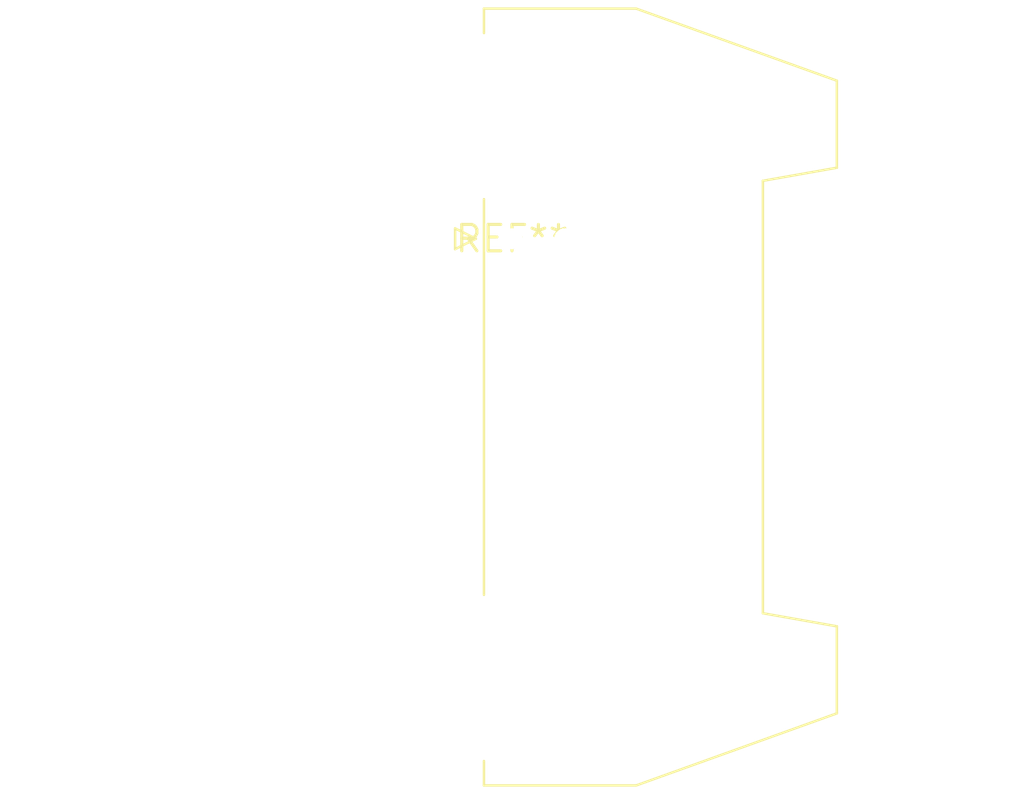
<source format=kicad_pcb>
(kicad_pcb (version 20240108) (generator pcbnew)
  (layers (0 "F.Cu" signal) (31 "B.Cu" signal) (34 "B.Paste" user) (35 "F.Paste" user) (36 "B.SilkS" user "B.Silkscreen") (37 "F.SilkS" user "F.Silkscreen") (38 "B.Mask" user) (39 "F.Mask" user) (44 "Edge.Cuts" user))
  (net 0 "")
  (footprint "IDC-Header_2x07-1MP_P2.54mm_Latch_Horizontal" (layer "F.Cu") (at 0 0)
    (property "Reference" "REF**")
    (property "Value" "IDC-Header_2x07-1MP_P2.54mm_Latch_Horizontal")
    (fp_line (start -2.74 -0.5) (end -2.74 0.5) (layer "F.SilkS") (stroke (width 0.12)))
    (fp_line (start -2.74 0.5) (end -1.74 0) (layer "F.SilkS") (stroke (width 0.12)))
    (fp_line (start -1.74 0) (end -2.74 -0.5) (layer "F.SilkS") (stroke (width 0.12)))
    (fp_line (start -1.35 -11.08) (end -1.35 -9.905) (layer "F.SilkS") (stroke (width 0.12)))
    (fp_line (start -1.35 -11.08) (end 5.98 -11.08) (layer "F.SilkS") (stroke (width 0.12)))
    (fp_line (start -1.35 -1.905) (end -1.35 17.145) (layer "F.SilkS") (stroke (width 0.12)))
    (fp_line (start -1.35 25.145) (end -1.35 26.32) (layer "F.SilkS") (stroke (width 0.12)))
    (fp_line (start 5.98 -11.08) (end 15.64 -7.61) (layer "F.SilkS") (stroke (width 0.12)))
    (fp_line (start 5.98 26.32) (end -1.35 26.32) (layer "F.SilkS") (stroke (width 0.12)))
    (fp_line (start 12.08 -2.79) (end 12.08 18.03) (layer "F.SilkS") (stroke (width 0.12)))
    (fp_line (start 12.08 18.03) (end 15.64 18.66) (layer "F.SilkS") (stroke (width 0.12)))
    (fp_line (start 15.64 -7.61) (end 15.64 -3.42) (layer "F.SilkS") (stroke (width 0.12)))
    (fp_line (start 15.64 -3.42) (end 12.08 -2.79) (layer "F.SilkS") (stroke (width 0.12)))
    (fp_line (start 15.64 18.66) (end 15.64 22.85) (layer "F.SilkS") (stroke (width 0.12)))
    (fp_line (start 15.64 22.85) (end 5.98 26.32) (layer "F.SilkS") (stroke (width 0.12)))
    (pad "1" thru_hole roundrect (at 0 0) (size 1.7 1.7) (drill 1) (layers *.Cu *.Mask) (remove_unused_layers) (roundrect_rratio 0.147059))
    (pad "2" thru_hole circle (at 2.54 0) (size 1.7 1.7) (drill 1) (layers *.Cu *.Mask) (remove_unused_layers))
    (pad "3" thru_hole circle (at 0 2.54) (size 1.7 1.7) (drill 1) (layers *.Cu *.Mask) (remove_unused_layers))
    (pad "4" thru_hole circle (at 2.54 2.54) (size 1.7 1.7) (drill 1) (layers *.Cu *.Mask) (remove_unused_layers))
    (pad "5" thru_hole circle (at 0 5.08) (size 1.7 1.7) (drill 1) (layers *.Cu *.Mask) (remove_unused_layers))
    (pad "6" thru_hole circle (at 2.54 5.08) (size 1.7 1.7) (drill 1) (layers *.Cu *.Mask) (remove_unused_layers))
    (pad "7" thru_hole circle (at 0 7.62) (size 1.7 1.7) (drill 1) (layers *.Cu *.Mask) (remove_unused_layers))
    (pad "8" thru_hole circle (at 2.54 7.62) (size 1.7 1.7) (drill 1) (layers *.Cu *.Mask) (remove_unused_layers))
    (pad "9" thru_hole circle (at 0 10.16) (size 1.7 1.7) (drill 1) (layers *.Cu *.Mask) (remove_unused_layers))
    (pad "10" thru_hole circle (at 2.54 10.16) (size 1.7 1.7) (drill 1) (layers *.Cu *.Mask) (remove_unused_layers))
    (pad "11" thru_hole circle (at 0 12.7) (size 1.7 1.7) (drill 1) (layers *.Cu *.Mask) (remove_unused_layers))
    (pad "12" thru_hole circle (at 2.54 12.7) (size 1.7 1.7) (drill 1) (layers *.Cu *.Mask) (remove_unused_layers))
    (pad "13" thru_hole circle (at 0 15.24) (size 1.7 1.7) (drill 1) (layers *.Cu *.Mask) (remove_unused_layers))
    (pad "14" thru_hole circle (at 2.54 15.24) (size 1.7 1.7) (drill 1) (layers *.Cu *.Mask) (remove_unused_layers))
    (pad "MP" thru_hole circle (at 1.8 -5.905) (size 8 8) (drill 2.69) (layers *.Cu *.Mask) (remove_unused_layers))
    (pad "MP" thru_hole circle (at 1.8 21.145) (size 8 8) (drill 2.69) (layers *.Cu *.Mask) (remove_unused_layers))
  )
)
</source>
